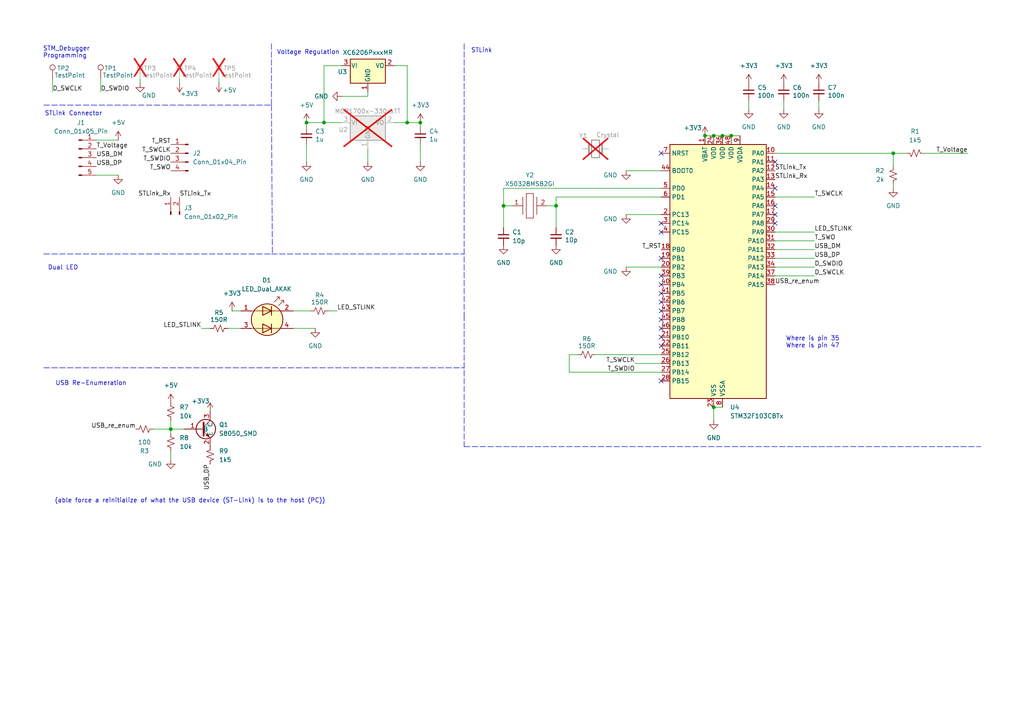
<source format=kicad_sch>
(kicad_sch (version 20231120) (generator "eeschema") (generator_version "8.0")
  (paper "A4")
  (lib_symbols
    (symbol "Connector:Conn_01x02_Pin" (pin_names (offset 1.016) hide)
      (property "Reference" "J" (at 0 2.54 0))
      (property "Value" "Conn_01x02_Pin" (at 0 -5.08 0))
      (symbol "Conn_01x02_Pin_1_1"
        (polyline (pts (xy 1.27 -2.54) (xy 0.8636 -2.54)) (stroke (width 0.1524)))
        (polyline (pts (xy 1.27 0) (xy 0.8636 0)) (stroke (width 0.1524)))
        (rectangle (start 0.8636 -2.413) (end 0 -2.667) (stroke (width 0.1524)) (fill (type outline)))
        (rectangle (start 0.8636 0.127) (end 0 -0.127) (stroke (width 0.1524)) (fill (type outline)))
        (pin passive line (at 5.08 0 180) (length 3.81) (name "Pin_1") (number "1"))
        (pin passive line (at 5.08 -2.54 180) (length 3.81) (name "Pin_2") (number "2"))
      )
    )
    (symbol "Connector:Conn_01x04_Pin" (pin_names (offset 1.016) hide)
      (property "Reference" "J" (at 0 5.08 0))
      (property "Value" "Conn_01x04_Pin" (at 0 -7.62 0))
      (symbol "Conn_01x04_Pin_1_1"
        (polyline (pts (xy 1.27 -5.08) (xy 0.8636 -5.08)) (stroke (width 0.1524)))
        (polyline (pts (xy 1.27 -2.54) (xy 0.8636 -2.54)) (stroke (width 0.1524)))
        (polyline (pts (xy 1.27 0) (xy 0.8636 0)) (stroke (width 0.1524)))
        (polyline (pts (xy 1.27 2.54) (xy 0.8636 2.54)) (stroke (width 0.1524)))
        (rectangle (start 0.8636 -4.953) (end 0 -5.207) (stroke (width 0.1524)) (fill (type outline)))
        (rectangle (start 0.8636 -2.413) (end 0 -2.667) (stroke (width 0.1524)) (fill (type outline)))
        (rectangle (start 0.8636 0.127) (end 0 -0.127) (stroke (width 0.1524)) (fill (type outline)))
        (rectangle (start 0.8636 2.667) (end 0 2.413) (stroke (width 0.1524)) (fill (type outline)))
        (pin passive line (at 5.08 2.54 180) (length 3.81) (name "Pin_1") (number "1"))
        (pin passive line (at 5.08 0 180) (length 3.81) (name "Pin_2") (number "2"))
        (pin passive line (at 5.08 -2.54 180) (length 3.81) (name "Pin_3") (number "3"))
        (pin passive line (at 5.08 -5.08 180) (length 3.81) (name "Pin_4") (number "4"))
      )
    )
    (symbol "Connector:Conn_01x05_Pin" (pin_names (offset 1.016) hide)
      (property "Reference" "J" (at 0 7.62 0))
      (property "Value" "Conn_01x05_Pin" (at 0 -7.62 0))
      (symbol "Conn_01x05_Pin_1_1"
        (polyline (pts (xy 1.27 -5.08) (xy 0.8636 -5.08)) (stroke (width 0.1524)))
        (polyline (pts (xy 1.27 -2.54) (xy 0.8636 -2.54)) (stroke (width 0.1524)))
        (polyline (pts (xy 1.27 0) (xy 0.8636 0)) (stroke (width 0.1524)))
        (polyline (pts (xy 1.27 2.54) (xy 0.8636 2.54)) (stroke (width 0.1524)))
        (polyline (pts (xy 1.27 5.08) (xy 0.8636 5.08)) (stroke (width 0.1524)))
        (rectangle (start 0.8636 -4.953) (end 0 -5.207) (stroke (width 0.1524)) (fill (type outline)))
        (rectangle (start 0.8636 -2.413) (end 0 -2.667) (stroke (width 0.1524)) (fill (type outline)))
        (rectangle (start 0.8636 0.127) (end 0 -0.127) (stroke (width 0.1524)) (fill (type outline)))
        (rectangle (start 0.8636 2.667) (end 0 2.413) (stroke (width 0.1524)) (fill (type outline)))
        (rectangle (start 0.8636 5.207) (end 0 4.953) (stroke (width 0.1524)) (fill (type outline)))
        (pin passive line (at 5.08 5.08 180) (length 3.81) (name "Pin_1") (number "1"))
        (pin passive line (at 5.08 2.54 180) (length 3.81) (name "Pin_2") (number "2"))
        (pin passive line (at 5.08 0 180) (length 3.81) (name "Pin_3") (number "3"))
        (pin passive line (at 5.08 -2.54 180) (length 3.81) (name "Pin_4") (number "4"))
        (pin passive line (at 5.08 -5.08 180) (length 3.81) (name "Pin_5") (number "5"))
      )
    )
    (symbol "Connector:TestPoint" (pin_numbers hide) (pin_names (offset 0.762) hide)
      (property "Reference" "TP" (at 0 6.858 0))
      (property "Value" "TestPoint" (at 0 5.08 0))
      (symbol "TestPoint_0_1"
        (circle (center 0 3.302) (radius 0.762))
      )
      (symbol "TestPoint_1_1"
        (pin passive line (at 0 0 90) (length 2.54) (name "1") (number "1"))
      )
    )
    (symbol "Device:C_Small" (pin_numbers hide) (pin_names (offset 0.254) hide)
      (property "Reference" "C" (at 0.254 1.778 0))
      (property "Value" "C_Small" (at 0.254 -2.032 0))
      (symbol "C_Small_0_1"
        (polyline (pts (xy -1.524 -0.508) (xy 1.524 -0.508)) (stroke (width 0.3302)))
        (polyline (pts (xy -1.524 0.508) (xy 1.524 0.508)) (stroke (width 0.3048)))
      )
      (symbol "C_Small_1_1"
        (pin passive line (at 0 2.54 270) (length 2.032) (name "~") (number "1"))
        (pin passive line (at 0 -2.54 90) (length 2.032) (name "~") (number "2"))
      )
    )
    (symbol "Device:Crystal" (pin_numbers hide) (pin_names (offset 1.016) hide)
      (property "Reference" "Y" (at 0 3.81 0))
      (property "Value" "Crystal" (at 0 -3.81 0))
      (symbol "Crystal_0_1"
        (rectangle (start -1.143 2.54) (end 1.143 -2.54) (stroke (width 0.3048)))
        (polyline (pts (xy -2.54 0) (xy -1.905 0)))
        (polyline (pts (xy -1.905 -1.27) (xy -1.905 1.27)) (stroke (width 0.508)))
        (polyline (pts (xy 1.905 -1.27) (xy 1.905 1.27)) (stroke (width 0.508)))
        (polyline (pts (xy 2.54 0) (xy 1.905 0)))
      )
      (symbol "Crystal_1_1"
        (pin passive line (at -3.81 0 0) (length 1.27) (name "1") (number "1"))
        (pin passive line (at 3.81 0 180) (length 1.27) (name "2") (number "2"))
      )
    )
    (symbol "Device:LED_Dual_AKAK" (pin_names (offset 0) hide)
      (property "Reference" "D" (at 0 5.715 0))
      (property "Value" "LED_Dual_AKAK" (at 0 -6.35 0))
      (symbol "LED_Dual_AKAK_0_1"
        (polyline (pts (xy -5.08 -2.54) (xy 2.032 -2.54)))
        (polyline (pts (xy -5.08 2.54) (xy 2.032 2.54)))
        (polyline (pts (xy 1.27 -1.27) (xy 1.27 -3.81)) (stroke (width 0.254)))
        (polyline (pts (xy 1.27 3.81) (xy 1.27 1.27)) (stroke (width 0.254)))
        (polyline (pts (xy 3.81 -2.54) (xy 1.905 -2.54)))
        (polyline (pts (xy 3.81 2.54) (xy 1.905 2.54)))
        (polyline (pts (xy -1.27 -1.27) (xy -1.27 -3.81) (xy 1.27 -2.54) (xy -1.27 -1.27)) (stroke (width 0.254)))
        (polyline (pts (xy -1.27 3.81) (xy -1.27 1.27) (xy 1.27 2.54) (xy -1.27 3.81)) (stroke (width 0.254)))
        (polyline (pts (xy 2.032 5.08) (xy 3.556 6.604) (xy 2.794 6.604) (xy 3.556 6.604) (xy 3.556 5.842)))
        (polyline (pts (xy 3.302 4.064) (xy 4.826 5.588) (xy 4.064 5.588) (xy 4.826 5.588) (xy 4.826 4.826)))
        (circle (center 0 0) (radius 4.572) (stroke (width 0.254)) (fill (type background)))
      )
      (symbol "LED_Dual_AKAK_1_1"
        (pin input line (at -7.62 2.54 0) (length 3.048) (name "A1") (number "1"))
        (pin input line (at 7.62 2.54 180) (length 3.81) (name "K1") (number "2"))
        (pin input line (at -7.62 -2.54 0) (length 3.048) (name "A2") (number "3"))
        (pin input line (at 7.62 -2.54 180) (length 3.81) (name "K2") (number "4"))
      )
    )
    (symbol "Device:R_Small_US" (pin_numbers hide) (pin_names (offset 0.254) hide)
      (property "Reference" "R" (at 0.762 0.508 0))
      (property "Value" "R_Small_US" (at 0.762 -1.016 0))
      (symbol "R_Small_US_1_1"
        (polyline (pts (xy 0 0) (xy 1.016 -0.381) (xy 0 -0.762) (xy -1.016 -1.143) (xy 0 -1.524)))
        (polyline (pts (xy 0 1.524) (xy 1.016 1.143) (xy 0 0.762) (xy -1.016 0.381) (xy 0 0)))
        (pin passive line (at 0 2.54 270) (length 1.016) (name "~") (number "1"))
        (pin passive line (at 0 -2.54 90) (length 1.016) (name "~") (number "2"))
      )
    )
    (symbol "MCU_ST_STM32F1:STM32F103CBTx"
      (property "Reference" "U" (at -12.7 39.37 0))
      (property "Value" "STM32F103CBTx" (at 10.16 39.37 0))
      (symbol "STM32F103CBTx_0_1"
        (rectangle (start -12.7 -35.56) (end 15.24 38.1) (stroke (width 0.254)) (fill (type background)))
      )
      (symbol "STM32F103CBTx_1_1"
        (pin power_in line (at -2.54 40.64 270) (length 2.54) (name "VBAT") (number "1"))
        (pin bidirectional line (at 17.78 35.56 180) (length 2.54) (name "PA0") (number "10"))
        (pin bidirectional line (at 17.78 33.02 180) (length 2.54) (name "PA1") (number "11"))
        (pin bidirectional line (at 17.78 30.48 180) (length 2.54) (name "PA2") (number "12"))
        (pin bidirectional line (at 17.78 27.94 180) (length 2.54) (name "PA3") (number "13"))
        (pin bidirectional line (at 17.78 25.4 180) (length 2.54) (name "PA4") (number "14"))
        (pin bidirectional line (at 17.78 22.86 180) (length 2.54) (name "PA5") (number "15"))
        (pin bidirectional line (at 17.78 20.32 180) (length 2.54) (name "PA6") (number "16"))
        (pin bidirectional line (at 17.78 17.78 180) (length 2.54) (name "PA7") (number "17"))
        (pin bidirectional line (at -15.24 7.62 0) (length 2.54) (name "PB0") (number "18"))
        (pin bidirectional line (at -15.24 5.08 0) (length 2.54) (name "PB1") (number "19"))
        (pin bidirectional line (at -15.24 17.78 0) (length 2.54) (name "PC13") (number "2"))
        (pin bidirectional line (at -15.24 2.54 0) (length 2.54) (name "PB2") (number "20"))
        (pin bidirectional line (at -15.24 -17.78 0) (length 2.54) (name "PB10") (number "21"))
        (pin bidirectional line (at -15.24 -20.32 0) (length 2.54) (name "PB11") (number "22"))
        (pin power_in line (at 0 -38.1 90) (length 2.54) (name "VSS") (number "23"))
        (pin power_in line (at 0 40.64 270) (length 2.54) (name "VDD") (number "24"))
        (pin bidirectional line (at -15.24 -22.86 0) (length 2.54) (name "PB12") (number "25"))
        (pin bidirectional line (at -15.24 -25.4 0) (length 2.54) (name "PB13") (number "26"))
        (pin bidirectional line (at -15.24 -27.94 0) (length 2.54) (name "PB14") (number "27"))
        (pin bidirectional line (at -15.24 -30.48 0) (length 2.54) (name "PB15") (number "28"))
        (pin bidirectional line (at 17.78 15.24 180) (length 2.54) (name "PA8") (number "29"))
        (pin bidirectional line (at -15.24 15.24 0) (length 2.54) (name "PC14") (number "3"))
        (pin bidirectional line (at 17.78 12.7 180) (length 2.54) (name "PA9") (number "30"))
        (pin bidirectional line (at 17.78 10.16 180) (length 2.54) (name "PA10") (number "31"))
        (pin bidirectional line (at 17.78 7.62 180) (length 2.54) (name "PA11") (number "32"))
        (pin bidirectional line (at 17.78 5.08 180) (length 2.54) (name "PA12") (number "33"))
        (pin bidirectional line (at 17.78 2.54 180) (length 2.54) (name "PA13") (number "34"))
        (pin passive line (at 0 -38.1 90) (length 2.54) hide (name "VSS") (number "35"))
        (pin power_in line (at 2.54 40.64 270) (length 2.54) (name "VDD") (number "36"))
        (pin bidirectional line (at 17.78 0 180) (length 2.54) (name "PA14") (number "37"))
        (pin bidirectional line (at 17.78 -2.54 180) (length 2.54) (name "PA15") (number "38"))
        (pin bidirectional line (at -15.24 0 0) (length 2.54) (name "PB3") (number "39"))
        (pin bidirectional line (at -15.24 12.7 0) (length 2.54) (name "PC15") (number "4"))
        (pin bidirectional line (at -15.24 -2.54 0) (length 2.54) (name "PB4") (number "40"))
        (pin bidirectional line (at -15.24 -5.08 0) (length 2.54) (name "PB5") (number "41"))
        (pin bidirectional line (at -15.24 -7.62 0) (length 2.54) (name "PB6") (number "42"))
        (pin bidirectional line (at -15.24 -10.16 0) (length 2.54) (name "PB7") (number "43"))
        (pin input line (at -15.24 30.48 0) (length 2.54) (name "BOOT0") (number "44"))
        (pin bidirectional line (at -15.24 -12.7 0) (length 2.54) (name "PB8") (number "45"))
        (pin bidirectional line (at -15.24 -15.24 0) (length 2.54) (name "PB9") (number "46"))
        (pin passive line (at 0 -38.1 90) (length 2.54) hide (name "VSS") (number "47"))
        (pin power_in line (at 5.08 40.64 270) (length 2.54) (name "VDD") (number "48"))
        (pin bidirectional line (at -15.24 25.4 0) (length 2.54) (name "PD0") (number "5"))
        (pin bidirectional line (at -15.24 22.86 0) (length 2.54) (name "PD1") (number "6"))
        (pin input line (at -15.24 35.56 0) (length 2.54) (name "NRST") (number "7"))
        (pin power_in line (at 2.54 -38.1 90) (length 2.54) (name "VSSA") (number "8"))
        (pin power_in line (at 7.62 40.64 270) (length 2.54) (name "VDDA") (number "9"))
      )
    )
    (symbol "Regulator_Linear:MCP1700x-330xxTT" (pin_names (offset 0.254))
      (property "Reference" "U" (at -3.81 3.175 0))
      (property "Value" "MCP1700x-330xxTT" (at 0 3.175 0))
      (symbol "MCP1700x-330xxTT_0_1"
        (rectangle (start -5.08 1.905) (end 5.08 -5.08) (stroke (width 0.254)) (fill (type background)))
      )
      (symbol "MCP1700x-330xxTT_1_1"
        (pin power_in line (at 0 -7.62 90) (length 2.54) (name "GND") (number "1"))
        (pin power_out line (at 7.62 0 180) (length 2.54) (name "VO") (number "2"))
        (pin power_in line (at -7.62 0 0) (length 2.54) (name "VI") (number "3"))
      )
    )
    (symbol "Regulator_Linear:XC6206PxxxMR" (pin_names (offset 0.254))
      (property "Reference" "U" (at -3.81 3.175 0))
      (property "Value" "XC6206PxxxMR" (at 0 3.175 0))
      (symbol "XC6206PxxxMR_0_1"
        (rectangle (start -5.08 1.905) (end 5.08 -5.08) (stroke (width 0.254)) (fill (type background)))
      )
      (symbol "XC6206PxxxMR_1_1"
        (pin power_in line (at 0 -7.62 90) (length 2.54) (name "GND") (number "1"))
        (pin power_out line (at 7.62 0 180) (length 2.54) (name "VO") (number "2"))
        (pin power_in line (at -7.62 0 0) (length 2.54) (name "VI") (number "3"))
      )
    )
    (symbol "SamacSys_Parts:X50328MSB2GI" (pin_names (offset 0.762))
      (property "Reference" "Y" (at 8.89 6.35 0))
      (property "Value" "X50328MSB2GI" (at 8.89 3.81 0))
      (symbol "X50328MSB2GI_0_0"
        (pin passive line (at 0 0 0) (length 2.54) (name "~") (number "1"))
        (pin passive line (at 10.16 0 180) (length 2.54) (name "~") (number "2"))
      )
      (symbol "X50328MSB2GI_0_1"
        (polyline (pts (xy 3.048 0) (xy 2.54 0)) (stroke (width 0.1524)))
        (polyline (pts (xy 3.048 2.54) (xy 3.048 -2.54)) (stroke (width 0.1524)))
        (polyline (pts (xy 7.112 0) (xy 7.62 0)) (stroke (width 0.1524)))
        (polyline (pts (xy 7.112 2.54) (xy 7.112 -2.54)) (stroke (width 0.1524)))
        (polyline (pts (xy 4.064 3.556) (xy 4.064 -3.556) (xy 6.096 -3.556) (xy 6.096 3.556) (xy 4.064 3.556)) (stroke (width 0.1524)))
      )
    )
    (symbol "UCT:S8050_SMD"
      (property "Reference" "Q" (at -11.3284 6.2484 0))
      (property "Value" "S8050_SMD" (at -6.4008 4.1656 0))
      (symbol "S8050_SMD_0_1"
        (polyline (pts (xy -1.27 0) (xy -0.635 0)))
        (polyline (pts (xy 1.27 -2.54) (xy -0.635 -0.635)))
        (polyline (pts (xy 1.27 2.54) (xy -0.635 0.635)))
        (polyline (pts (xy -0.635 1.905) (xy -0.635 -1.905) (xy -0.635 -1.905)) (stroke (width 0.508)) (fill (type outline)))
        (polyline (pts (xy 0.5588 -1.3208) (xy 0.0508 -1.8288) (xy 1.0668 -2.3368) (xy 0.5588 -1.3208) (xy 0.5588 -1.3208)) (fill (type outline)))
        (circle (center 0 0) (radius 2.8194) (stroke (width 0.254)))
      )
      (symbol "S8050_SMD_1_1"
        (pin input line (at -6.35 0 0) (length 5.08) (name "B") (number "1"))
        (pin passive line (at 1.27 -5.08 90) (length 2.54) (name "E") (number "2"))
        (pin passive line (at 1.27 5.08 270) (length 2.54) (name "C") (number "3"))
      )
    )
    (symbol "power:+3V3" (power) (pin_numbers hide) (pin_names (offset 0) hide)
      (property "Value" "+3V3" (at 0 3.556 0))
      (symbol "+3V3_0_1"
        (polyline (pts (xy -0.762 1.27) (xy 0 2.54)))
        (polyline (pts (xy 0 0) (xy 0 2.54)))
        (polyline (pts (xy 0 2.54) (xy 0.762 1.27)))
      )
      (symbol "+3V3_1_1"
        (pin power_in line (at 0 0 90) (length 0) (name "~") (number "1"))
      )
    )
    (symbol "power:+5V" (power) (pin_numbers hide) (pin_names (offset 0) hide)
      (property "Value" "+5V" (at 0 3.556 0))
      (symbol "+5V_0_1"
        (polyline (pts (xy -0.762 1.27) (xy 0 2.54)))
        (polyline (pts (xy 0 0) (xy 0 2.54)))
        (polyline (pts (xy 0 2.54) (xy 0.762 1.27)))
      )
      (symbol "+5V_1_1"
        (pin power_in line (at 0 0 90) (length 0) (name "~") (number "1"))
      )
    )
    (symbol "power:GND" (power) (pin_numbers hide) (pin_names (offset 0) hide)
      (property "Value" "GND" (at 0 -3.81 0))
      (symbol "GND_0_1"
        (polyline (pts (xy 0 0) (xy 0 -1.27) (xy 1.27 -1.27) (xy 0 -2.54) (xy -1.27 -1.27) (xy 0 -1.27)))
      )
      (symbol "GND_1_1"
        (pin power_in line (at 0 0 270) (length 0) (name "~") (number "1"))
      )
    )
  )
  (junction (at 259.08 44.45))
  (junction (at 93.98 35.56))
  (junction (at 118.11 35.56))
  (junction (at 161.29 59.69))
  (junction (at 88.9 35.56))
  (junction (at 209.55 39.37))
  (junction (at 121.92 35.56))
  (junction (at 204.47 39.37))
  (junction (at 212.09 39.37))
  (junction (at 207.01 118.11))
  (junction (at 49.53 124.46))
  (junction (at 207.01 39.37))
  (junction (at 146.05 59.69))
  (no_connect (at 224.79 59.69))
  (no_connect (at 191.77 85.09))
  (no_connect (at 191.77 74.93))
  (no_connect (at 191.77 87.63))
  (no_connect (at 191.77 64.77))
  (no_connect (at 224.79 64.77))
  (no_connect (at 191.77 90.17))
  (no_connect (at 191.77 80.01))
  (no_connect (at 224.79 54.61))
  (no_connect (at 191.77 67.31))
  (no_connect (at 191.77 110.49))
  (no_connect (at 191.77 82.55))
  (no_connect (at 191.77 95.25))
  (no_connect (at 191.77 97.79))
  (no_connect (at 224.79 62.23))
  (no_connect (at 191.77 92.71))
  (no_connect (at 191.77 100.33))
  (no_connect (at 191.77 44.45))
  (no_connect (at 224.79 46.99))
  (wire (pts (xy 204.47 39.37) (xy 207.01 39.37)))
  (wire (pts (xy 121.92 41.91) (xy 121.92 46.99)))
  (wire (pts (xy 15.24 22.86) (xy 15.24 26.67)))
  (wire (pts (xy 224.79 72.39) (xy 236.22 72.39)))
  (wire (pts (xy 93.98 35.56) (xy 88.9 35.56)))
  (wire (pts (xy 217.17 29.21) (xy 217.17 31.75)))
  (wire (pts (xy 191.77 54.61) (xy 146.05 54.61)))
  (wire (pts (xy 49.53 124.46) (xy 49.53 125.73)))
  (polyline (pts (xy 134.62 129.54) (xy 284.48 129.54)) (stroke (width 0) (type dash)))
  (wire (pts (xy 106.68 27.94) (xy 106.68 26.67)))
  (wire (pts (xy 184.15 105.41) (xy 191.77 105.41)))
  (polyline (pts (xy 78.74 12.7) (xy 78.74 30.48)) (stroke (width 0) (type dash)))
  (wire (pts (xy 161.29 59.69) (xy 161.29 66.04)))
  (wire (pts (xy 85.09 90.17) (xy 90.17 90.17)))
  (polyline (pts (xy 134.62 12.7) (xy 134.62 58.42)) (stroke (width 0) (type dash)))
  (wire (pts (xy 207.01 39.37) (xy 209.55 39.37)))
  (wire (pts (xy 58.42 95.25) (xy 60.96 95.25)))
  (wire (pts (xy 29.21 22.86) (xy 29.21 26.67)))
  (wire (pts (xy 224.79 80.01) (xy 236.22 80.01)))
  (wire (pts (xy 66.04 95.25) (xy 69.85 95.25)))
  (wire (pts (xy 158.75 59.69) (xy 161.29 59.69)))
  (wire (pts (xy 224.79 74.93) (xy 236.22 74.93)))
  (polyline (pts (xy 12.7 106.68) (xy 134.62 106.68)) (stroke (width 0) (type dash)))
  (wire (pts (xy 181.61 62.23) (xy 191.77 62.23)))
  (polyline (pts (xy 134.62 58.42) (xy 134.62 91.44)) (stroke (width 0) (type dash)))
  (wire (pts (xy 67.31 90.17) (xy 69.85 90.17)))
  (wire (pts (xy 49.53 130.81) (xy 49.53 133.35)))
  (wire (pts (xy 93.98 19.05) (xy 93.98 35.56)))
  (polyline (pts (xy 134.62 91.44) (xy 134.62 129.54)) (stroke (width 0) (type dash)))
  (wire (pts (xy 209.55 39.37) (xy 212.09 39.37)))
  (wire (pts (xy 114.3 19.05) (xy 118.11 19.05)))
  (wire (pts (xy 148.59 59.69) (xy 146.05 59.69)))
  (wire (pts (xy 181.61 49.53) (xy 191.77 49.53)))
  (polyline (pts (xy 78.74 73.66) (xy 134.62 73.66)) (stroke (width 0) (type dash)))
  (wire (pts (xy 207.01 118.11) (xy 207.01 121.92)))
  (wire (pts (xy 224.79 67.31) (xy 236.22 67.31)))
  (wire (pts (xy 95.25 90.17) (xy 97.79 90.17)))
  (wire (pts (xy 161.29 57.15) (xy 191.77 57.15)))
  (polyline (pts (xy 12.7 73.66) (xy 78.74 73.66)) (stroke (width 0) (type dash)))
  (wire (pts (xy 209.55 118.11) (xy 207.01 118.11)))
  (wire (pts (xy 121.92 35.56) (xy 121.92 36.83)))
  (wire (pts (xy 165.1 102.87) (xy 165.1 107.95)))
  (wire (pts (xy 118.11 35.56) (xy 121.92 35.56)))
  (wire (pts (xy 146.05 54.61) (xy 146.05 59.69)))
  (wire (pts (xy 27.94 40.64) (xy 34.29 40.64)))
  (polyline (pts (xy 78.74 30.48) (xy 78.994 73.66)) (stroke (width 0) (type dash)))
  (wire (pts (xy 167.64 102.87) (xy 165.1 102.87)))
  (wire (pts (xy 161.29 57.15) (xy 161.29 59.69)))
  (wire (pts (xy 181.61 77.47) (xy 191.77 77.47)))
  (wire (pts (xy 99.06 19.05) (xy 93.98 19.05)))
  (wire (pts (xy 280.67 44.45) (xy 267.97 44.45)))
  (wire (pts (xy 114.3 35.56) (xy 118.11 35.56)))
  (wire (pts (xy 88.9 41.91) (xy 88.9 46.99)))
  (wire (pts (xy 212.09 39.37) (xy 214.63 39.37)))
  (wire (pts (xy 118.11 19.05) (xy 118.11 35.56)))
  (wire (pts (xy 237.49 29.21) (xy 237.49 31.75)))
  (wire (pts (xy 224.79 44.45) (xy 259.08 44.45)))
  (wire (pts (xy 49.53 121.92) (xy 49.53 124.46)))
  (wire (pts (xy 224.79 69.85) (xy 236.22 69.85)))
  (wire (pts (xy 259.08 53.34) (xy 259.08 54.61)))
  (wire (pts (xy 40.64 22.86) (xy 40.64 24.13)))
  (wire (pts (xy 44.45 124.46) (xy 49.53 124.46)))
  (wire (pts (xy 191.77 102.87) (xy 172.72 102.87)))
  (polyline (pts (xy 12.7 30.48) (xy 78.74 30.48)) (stroke (width 0) (type dash)))
  (wire (pts (xy 52.07 22.86) (xy 52.07 24.13)))
  (wire (pts (xy 88.9 35.56) (xy 88.9 36.83)))
  (wire (pts (xy 63.5 22.86) (xy 63.5 24.13)))
  (wire (pts (xy 99.06 35.56) (xy 93.98 35.56)))
  (wire (pts (xy 99.06 27.94) (xy 106.68 27.94)))
  (wire (pts (xy 227.33 29.21) (xy 227.33 31.75)))
  (wire (pts (xy 259.08 44.45) (xy 259.08 48.26)))
  (wire (pts (xy 106.68 43.18) (xy 106.68 46.99)))
  (wire (pts (xy 165.1 107.95) (xy 191.77 107.95)))
  (wire (pts (xy 236.22 57.15) (xy 224.79 57.15)))
  (wire (pts (xy 27.94 50.8) (xy 34.29 50.8)))
  (wire (pts (xy 146.05 59.69) (xy 146.05 66.04)))
  (wire (pts (xy 85.09 95.25) (xy 91.44 95.25)))
  (wire (pts (xy 262.89 44.45) (xy 259.08 44.45)))
  (wire (pts (xy 53.34 124.46) (xy 49.53 124.46)))
  (wire (pts (xy 224.79 77.47) (xy 236.22 77.47)))
  (text "Where is pin 35\nWhere is pin 47" (at 235.712 99.314 0) (effects (font (size 1.27 1.27))))
  (text "(able force a reinitialize of what the USB device (ST-Link) is to the host (PC))" (at 55.118 145.288 0) (effects (font (size 1.27 1.27))))
  (text "STLink" (at 139.7 14.732 0) (effects (font (size 1.27 1.27))))
  (text "Dual LED" (at 18.288 77.724 0) (effects (font (size 1.27 1.27))))
  (text "USB Re-Enumeration" (at 26.416 111.252 0) (effects (font (size 1.27 1.27))))
  (text "STLink Connector" (at 12.954 33.02 0) (effects (font (size 1.27 1.27)) (justify left)))
  (text "Voltage Regulation" (at 89.408 15.24 0) (effects (font (size 1.27 1.27))))
  (text "STM_Debugger\nProgramming" (at 12.446 15.24 0) (effects (font (size 1.27 1.27)) (justify left)))
  (label "USB_re_enum" (at 224.79 82.55 0))
  (label "T_SWCLK" (at 49.53 44.45 180))
  (label "T_SWCLK" (at 236.22 57.15 0))
  (label "USB_re_enum" (at 39.37 124.46 180))
  (label "STLink_Tx" (at 52.07 57.15 0))
  (label "T_SWDIO" (at 49.53 46.99 180))
  (label "T_SWO" (at 236.22 69.85 0))
  (label "USB_DM" (at 236.22 72.39 0))
  (label "T_Voltage" (at 280.67 44.45 180))
  (label "T_SWO" (at 49.53 49.53 180))
  (label "LED_STLINK" (at 58.42 95.25 180))
  (label "USB_DP" (at 60.96 134.62 270))
  (label "USB_DP" (at 236.22 74.93 0))
  (label "STLink_Tx" (at 224.79 49.53 0))
  (label "D_SWDIO" (at 29.21 26.67 0))
  (label "D_SWCLK" (at 15.24 26.67 0))
  (label "D_SWCLK" (at 236.22 80.01 0))
  (label "USB_DP" (at 27.94 48.26 0))
  (label "LED_STLINK" (at 97.79 90.17 0))
  (label "STLink_Rx" (at 49.53 57.15 180))
  (label "LED_STLINK" (at 236.22 67.31 0))
  (label "T_Voltage" (at 27.94 43.18 0))
  (label "USB_DM" (at 27.94 45.72 0))
  (label "D_SWDIO" (at 236.22 77.47 0))
  (label "T_RST" (at 49.53 41.91 180))
  (label "T_SWCLK" (at 184.15 105.41 180))
  (label "T_SWDIO" (at 184.15 107.95 180))
  (label "T_RST" (at 191.77 72.39 180))
  (label "STLink_Rx" (at 224.79 52.07 0))
  (symbol (lib_id "Device:C_Small") (at 146.05 68.58 0) (unit 1)
    (property "Reference" "C1" (at 148.59 67.3162 0) (effects (justify left)))
    (property "Value" "10p" (at 148.59 69.8562 0) (effects (justify left)))
    (property "Footprint" "Capacitor_SMD:C_0402_1005Metric_Pad0.74x0.62mm_HandSolder" (effects (hide yes)))
    (property "Description" "Unpolarized capacitor, small symbol" (effects (hide yes)))
    (property "LCSC" "C32949" (effects (hide yes)))
    (property "Alt_LCSC" "C32949_0402" (effects (hide yes)))
    (property "Alt_Alt" "C1634_0603" (effects (hide yes)))
  )
  (symbol (lib_id "power:+3V3") (at 227.33 24.13 0) (unit 1)
    (property "Reference" "#PWR020" (effects (hide yes)))
    (property "Value" "+3V3" (at 227.33 19.05 0))
    (property "Description" "Power symbol creates a global label with name \"+3V3\"" (effects (hide yes)))
  )
  (symbol (lib_id "Device:C_Small") (at 227.33 26.67 0) (unit 1)
    (property "Reference" "C6" (at 229.87 25.4062 0) (effects (justify left)))
    (property "Value" "100n" (at 229.87 27.686 0) (effects (justify left)))
    (property "Footprint" "Capacitor_SMD:C_0402_1005Metric_Pad0.74x0.62mm_HandSolder" (effects (hide yes)))
    (property "Description" "Unpolarized capacitor, small symbol" (effects (hide yes)))
    (property "LCSC" "C1525" (effects (hide yes)))
    (property "Alt_LCSC" "C1525_0402" (effects (hide yes)))
    (property "Alt_Alt" "C14663_0603" (effects (hide yes)))
  )
  (symbol (lib_id "power:GND") (at 91.44 95.25 0) (unit 1)
    (property "Reference" "#PWR014" (effects (hide yes)))
    (property "Value" "GND" (at 91.44 100.33 0))
    (property "Description" "Power symbol creates a global label with name \"GND\" , ground" (effects (hide yes)))
  )
  (symbol (lib_id "UCT:S8050_SMD") (at 59.69 124.46 0) (unit 1)
    (property "Reference" "Q1" (at 63.5 123.1899 0) (effects (justify left)))
    (property "Value" "S8050_SMD" (at 63.5 125.7299 0) (effects (justify left)))
    (property "Footprint" "Package_TO_SOT_SMD:SOT-23" (effects (hide yes)))
    (property "Datasheet" "https://datasheet.lcsc.com/lcsc/2303221100_Jiangsu-Changjing-Electronics-Technology-Co---Ltd--SS8050_C2150.pdf" (effects (hide yes)))
    (property "LCSC" "C2146" (effects (hide yes)))
  )
  (symbol (lib_id "Device:R_Small_US") (at 63.5 95.25 90) (unit 1)
    (property "Reference" "R5" (at 63.5 90.678 90))
    (property "Value" "150R" (at 63.5 92.71 90))
    (property "Footprint" "Resistor_SMD:R_0603_1608Metric" (effects (hide yes)))
    (property "Description" "Resistor, small US symbol" (effects (hide yes)))
    (property "LCSC" "C22808" (effects (hide yes)))
  )
  (symbol (lib_id "SamacSys_Parts:X50328MSB2GI") (at 148.59 59.69 0) (unit 1)
    (property "Reference" "Y2" (at 153.67 50.8 0))
    (property "Value" "X50328MSB2GI" (at 153.67 53.34 0))
    (property "Footprint" "RESC5032X135N" (effects (hide yes)))
    (property "Datasheet" "https://datasheet.lcsc.com/szlcsc/1903061615_Yangxing-Tech-X50328MSB2GI_C115962.pdf" (effects (hide yes)))
    (property "Description" "SMD Crystal Resonators 8MHz +/-10ppm SMD-5032_2P RoHS" (effects (hide yes)))
    (property "Description_1" "SMD Crystal Resonators 8MHz +/-10ppm SMD-5032_2P RoHS" (effects (hide yes)))
    (property "Height" "1.35" (effects (hide yes)))
    (property "Manufacturer_Name" "Yangxing Tech" (effects (hide yes)))
    (property "Manufacturer_Part_Number" "X50328MSB2GI" (effects (hide yes)))
    (property "LCSC" "C115962" (effects (hide yes)))
  )
  (symbol (lib_id "power:+5V") (at 34.29 40.64 0) (unit 1)
    (property "Reference" "#PWR01" (effects (hide yes)))
    (property "Value" "+5V" (at 34.29 35.56 0))
    (property "Description" "Power symbol creates a global label with name \"+5V\"" (effects (hide yes)))
  )
  (symbol (lib_id "Connector:TestPoint") (at 52.07 22.86 0) (unit 1) (in_bom no) (on_board no) (dnp yes)
    (property "Reference" "TP4" (at 53.34 19.812 0) (effects (justify left)))
    (property "Value" "TestPoint" (at 52.578 21.844 0) (effects (justify left)))
    (property "Footprint" "TestPoint:TestPoint_Pad_D2.0mm" (effects (hide yes)))
    (property "Description" "test point" (effects (hide yes)))
  )
  (symbol (lib_id "power:+3V3") (at 52.07 24.13 180) (unit 1)
    (property "Reference" "#PWR024" (effects (hide yes)))
    (property "Value" "+3V3" (at 54.864 27.178 0))
    (property "Description" "Power symbol creates a global label with name \"+3V3\"" (effects (hide yes)))
  )
  (symbol (lib_id "power:GND") (at 146.05 71.12 0) (unit 1)
    (property "Reference" "#PWR03" (effects (hide yes)))
    (property "Value" "GND" (at 146.05 76.2 0))
    (property "Description" "Power symbol creates a global label with name \"GND\" , ground" (effects (hide yes)))
  )
  (symbol (lib_id "Device:R_Small_US") (at 49.53 119.38 180) (unit 1)
    (property "Reference" "R7" (at 52.07 118.1099 0) (effects (justify right)))
    (property "Value" "10k" (at 52.07 120.6499 0) (effects (justify right)))
    (property "Footprint" "Resistor_SMD:R_0805_2012Metric" (effects (hide yes)))
    (property "populate" "1" (effects (hide yes)))
    (property "LCSC" "C17414" (effects (hide yes)))
  )
  (symbol (lib_id "power:GND") (at 161.29 71.12 0) (unit 1)
    (property "Reference" "#PWR04" (effects (hide yes)))
    (property "Value" "GND" (at 161.29 76.2 0))
    (property "Description" "Power symbol creates a global label with name \"GND\" , ground" (effects (hide yes)))
  )
  (symbol (lib_id "power:GND") (at 217.17 31.75 0) (unit 1)
    (property "Reference" "#PWR018" (effects (hide yes)))
    (property "Value" "GND" (at 217.17 36.83 0))
    (property "Description" "Power symbol creates a global label with name \"GND\" , ground" (effects (hide yes)))
  )
  (symbol (lib_id "power:+3V3") (at 67.31 90.17 0) (unit 1)
    (property "Reference" "#PWR013" (effects (hide yes)))
    (property "Value" "+3V3" (at 67.31 85.09 0))
    (property "Description" "Power symbol creates a global label with name \"+3V3\"" (effects (hide yes)))
  )
  (symbol (lib_id "power:+3V3") (at 204.47 39.37 0) (unit 1)
    (property "Reference" "#PWR022" (effects (hide yes)))
    (property "Value" "+3V3" (at 200.914 37.084 0))
    (property "Description" "Power symbol creates a global label with name \"+3V3\"" (effects (hide yes)))
  )
  (symbol (lib_id "Device:R_Small_US") (at 265.43 44.45 270) (mirror x) (unit 1)
    (property "Reference" "R1" (at 265.43 38.1 90))
    (property "Value" "1k5" (at 265.43 40.64 90))
    (property "Footprint" "Resistor_SMD:R_0402_1005Metric_Pad0.72x0.64mm_HandSolder" (effects (hide yes)))
    (property "Description" "Resistor, small US symbol" (effects (hide yes)))
    (property "LCSC" "C25867" (effects (hide yes)))
    (property "Alt_LCSC" "C25867_0402_1k5" (effects (hide yes)))
    (property "Alt_Alt" "C4177_0603_1k8" (effects (hide yes)))
  )
  (symbol (lib_id "Device:R_Small_US") (at 49.53 128.27 180) (unit 1)
    (property "Reference" "R8" (at 52.07 126.9999 0) (effects (justify right)))
    (property "Value" "10k" (at 52.07 129.5399 0) (effects (justify right)))
    (property "Footprint" "Resistor_SMD:R_0805_2012Metric" (effects (hide yes)))
    (property "populate" "1" (effects (hide yes)))
    (property "LCSC" "C17414" (effects (hide yes)))
  )
  (symbol (lib_id "Connector:Conn_01x05_Pin") (at 22.86 45.72 0) (unit 1)
    (property "Reference" "J1" (at 23.495 35.56 0))
    (property "Value" "Conn_01x05_Pin" (at 23.495 38.1 0))
    (property "Footprint" "Connector_PinHeader_2.54mm:PinHeader_1x05_P2.54mm_Vertical" (effects (hide yes)))
    (property "Description" "Generic connector, single row, 01x05, script generated" (effects (hide yes)))
  )
  (symbol (lib_id "Device:R_Small_US") (at 259.08 50.8 0) (mirror x) (unit 1)
    (property "Reference" "R2" (at 256.54 49.5299 0) (effects (justify right)))
    (property "Value" "2k" (at 256.54 52.0699 0) (effects (justify right)))
    (property "Footprint" "Resistor_SMD:R_0402_1005Metric_Pad0.72x0.64mm_HandSolder" (effects (hide yes)))
    (property "Description" "Resistor, small US symbol" (effects (hide yes)))
    (property "LCSC" "C4109" (effects (hide yes)))
    (property "Alt_LCSC" "C4109_0402_2k2" (effects (hide yes)))
    (property "Alt_Alt" "C4177_0603_1k8" (effects (hide yes)))
  )
  (symbol (lib_id "power:+3V3") (at 60.96 119.38 0) (unit 1)
    (property "Reference" "#PWR030" (effects (hide yes)))
    (property "Value" "+3V3" (at 58.166 116.332 0))
    (property "Description" "Power symbol creates a global label with name \"+3V3\"" (effects (hide yes)))
  )
  (symbol (lib_id "power:GND") (at 34.29 50.8 0) (unit 1)
    (property "Reference" "#PWR02" (effects (hide yes)))
    (property "Value" "GND" (at 34.29 55.88 0))
    (property "Description" "Power symbol creates a global label with name \"GND\" , ground" (effects (hide yes)))
  )
  (symbol (lib_id "power:GND") (at 181.61 62.23 0) (unit 1)
    (property "Reference" "#PWR015" (effects (hide yes)))
    (property "Value" "GND" (at 177.038 63.5 0))
    (property "Description" "Power symbol creates a global label with name \"GND\" , ground" (effects (hide yes)))
  )
  (symbol (lib_id "Connector:TestPoint") (at 40.64 22.86 0) (unit 1) (in_bom no) (on_board no) (dnp yes)
    (property "Reference" "TP3" (at 41.656 19.812 0) (effects (justify left)))
    (property "Value" "TestPoint" (at 41.148 21.844 0) (effects (justify left)))
    (property "Footprint" "TestPoint:TestPoint_Pad_D2.0mm" (effects (hide yes)))
    (property "Description" "test point" (effects (hide yes)))
  )
  (symbol (lib_id "Connector:TestPoint") (at 63.5 22.86 0) (unit 1) (in_bom no) (on_board no) (dnp yes)
    (property "Reference" "TP5" (at 64.77 19.812 0) (effects (justify left)))
    (property "Value" "TestPoint" (at 64.008 21.844 0) (effects (justify left)))
    (property "Footprint" "TestPoint:TestPoint_Pad_D2.0mm" (effects (hide yes)))
    (property "Description" "test point" (effects (hide yes)))
  )
  (symbol (lib_id "MCU_ST_STM32F1:STM32F103CBTx") (at 207.01 80.01 0) (unit 1)
    (property "Reference" "U4" (at 211.7441 118.11 0) (effects (justify left)))
    (property "Value" "STM32F103CBTx" (at 211.7441 120.65 0) (effects (justify left)))
    (property "Footprint" "Package_QFP:LQFP-48_7x7mm_P0.5mm" (effects (hide yes)))
    (property "Datasheet" "https://www.st.com/resource/en/datasheet/stm32f103cb.pdf" (effects (hide yes)))
    (property "Description" "STMicroelectronics Arm Cortex-M3 MCU, 128KB flash, 20KB RAM, 72 MHz, 2.0-3.6V, 37 GPIO, LQFP48" (effects (hide yes)))
    (property "LCSC" "C8304" (effects (hide yes)))
  )
  (symbol (lib_id "Connector:Conn_01x02_Pin") (at 49.53 62.23 90) (unit 1)
    (property "Reference" "J3" (at 53.34 60.3249 90) (effects (justify right)))
    (property "Value" "Conn_01x02_Pin" (at 53.34 62.8649 90) (effects (justify right)))
    (property "Footprint" "Connector_PinHeader_2.54mm:PinHeader_1x02_P2.54mm_Vertical" (effects (hide yes)))
    (property "Description" "Generic connector, single row, 01x02, script generated" (effects (hide yes)))
  )
  (symbol (lib_id "Device:R_Small_US") (at 170.18 102.87 90) (unit 1)
    (property "Reference" "R6" (at 170.18 98.298 90))
    (property "Value" "150R" (at 170.18 100.33 90))
    (property "Footprint" "Resistor_SMD:R_0603_1608Metric" (effects (hide yes)))
    (property "Description" "Resistor, small US symbol" (effects (hide yes)))
    (property "LCSC" "C22808" (effects (hide yes)))
  )
  (symbol (lib_id "power:GND") (at 181.61 49.53 0) (unit 1)
    (property "Reference" "#PWR06" (effects (hide yes)))
    (property "Value" "GND" (at 177.038 50.8 0))
    (property "Description" "Power symbol creates a global label with name \"GND\" , ground" (effects (hide yes)))
  )
  (symbol (lib_id "power:+5V") (at 88.9 35.56 0) (unit 1)
    (property "Reference" "#PWR010" (effects (hide yes)))
    (property "Value" "+5V" (at 88.9 30.48 0))
    (property "Description" "Power symbol creates a global label with name \"+5V\"" (effects (hide yes)))
  )
  (symbol (lib_id "Device:R_Small_US") (at 41.91 124.46 270) (unit 1)
    (property "Reference" "R3" (at 41.91 130.81 90))
    (property "Value" "100" (at 41.91 128.27 90))
    (property "Footprint" "Resistor_SMD:R_0402_1005Metric" (effects (hide yes)))
    (property "Description" "Resistor, small US symbol" (effects (hide yes)))
    (property "LCSC" "C25076" (effects (hide yes)))
  )
  (symbol (lib_id "Device:R_Small_US") (at 60.96 132.08 0) (mirror y) (unit 1)
    (property "Reference" "R9" (at 63.5 130.8099 0) (effects (justify right)))
    (property "Value" "1k5" (at 63.5 133.3499 0) (effects (justify right)))
    (property "Footprint" "Resistor_SMD:R_0402_1005Metric_Pad0.72x0.64mm_HandSolder" (effects (hide yes)))
    (property "Description" "Resistor, small US symbol" (effects (hide yes)))
    (property "LCSC" "C25867" (effects (hide yes)))
    (property "Alt_LCSC" "C25867_0402_1k5" (effects (hide yes)))
    (property "Alt_Alt" "C4177_0603_1k8" (effects (hide yes)))
  )
  (symbol (lib_id "Device:C_Small") (at 121.92 39.37 0) (unit 1)
    (property "Reference" "C4" (at 124.46 38.1062 0) (effects (justify left)))
    (property "Value" "1u" (at 124.46 40.386 0) (effects (justify left)))
    (property "Footprint" "Capacitor_SMD:C_0402_1005Metric_Pad0.74x0.62mm_HandSolder" (effects (hide yes)))
    (property "Description" "Unpolarized capacitor, small symbol" (effects (hide yes)))
    (property "LCSC" "C52923" (effects (hide yes)))
    (property "Alt_LCSC" "C52923_0402" (effects (hide yes)))
    (property "Alt_Alt" "C15849_0603" (effects (hide yes)))
  )
  (symbol (lib_id "power:+5V") (at 49.53 116.84 0) (unit 1)
    (property "Reference" "#PWR028" (effects (hide yes)))
    (property "Value" "+5V" (at 49.53 111.76 0))
    (property "Description" "Power symbol creates a global label with name \"+5V\"" (effects (hide yes)))
  )
  (symbol (lib_id "power:GND") (at 259.08 54.61 0) (mirror y) (unit 1)
    (property "Reference" "#PWR012" (effects (hide yes)))
    (property "Value" "GND" (at 259.08 59.69 0))
    (property "Description" "Power symbol creates a global label with name \"GND\" , ground" (effects (hide yes)))
  )
  (symbol (lib_id "power:GND") (at 106.68 46.99 0) (unit 1)
    (property "Reference" "#PWR07" (effects (hide yes)))
    (property "Value" "GND" (at 106.68 52.07 0))
    (property "Description" "Power symbol creates a global label with name \"GND\" , ground" (effects (hide yes)))
  )
  (symbol (lib_id "power:GND") (at 88.9 46.99 0) (unit 1)
    (property "Reference" "#PWR08" (effects (hide yes)))
    (property "Value" "GND" (at 88.9 52.07 0))
    (property "Description" "Power symbol creates a global label with name \"GND\" , ground" (effects (hide yes)))
  )
  (symbol (lib_id "Regulator_Linear:MCP1700x-330xxTT") (at 106.68 35.56 0) (unit 1) (in_bom no) (on_board no) (dnp yes)
    (property "Reference" "U2" (at 99.568 37.592 0))
    (property "Value" "MCP1700x-330xxTT" (at 106.68 32.258 0))
    (property "Footprint" "Package_TO_SOT_SMD:SOT-23" (effects (hide yes)))
    (property "Datasheet" "http://ww1.microchip.com/downloads/en/DeviceDoc/20001826D.pdf" (effects (hide yes)))
    (property "Description" "250mA Low Quiscent Current LDO, 3.3V output, SOT-23" (effects (hide yes)))
    (property "LCSC" "C39051" (effects (hide yes)))
  )
  (symbol (lib_id "Device:C_Small") (at 237.49 26.67 0) (unit 1)
    (property "Reference" "C7" (at 240.03 25.4062 0) (effects (justify left)))
    (property "Value" "100n" (at 240.03 27.686 0) (effects (justify left)))
    (property "Footprint" "Capacitor_SMD:C_0402_1005Metric_Pad0.74x0.62mm_HandSolder" (effects (hide yes)))
    (property "Description" "Unpolarized capacitor, small symbol" (effects (hide yes)))
    (property "LCSC" "C1525" (effects (hide yes)))
    (property "Alt_LCSC" "C1525_0402" (effects (hide yes)))
    (property "Alt_Alt" "C14663_0603" (effects (hide yes)))
  )
  (symbol (lib_id "Connector:Conn_01x04_Pin") (at 54.61 44.45 0) (mirror y) (unit 1)
    (property "Reference" "J2" (at 55.88 44.4499 0) (effects (justify right)))
    (property "Value" "Conn_01x04_Pin" (at 55.88 46.9899 0) (effects (justify right)))
    (property "Footprint" "Connector_PinHeader_2.54mm:PinHeader_1x04_P2.54mm_Vertical" (effects (hide yes)))
    (property "Description" "Generic connector, single row, 01x04, script generated" (effects (hide yes)))
  )
  (symbol (lib_id "power:GND") (at 121.92 46.99 0) (unit 1)
    (property "Reference" "#PWR09" (effects (hide yes)))
    (property "Value" "GND" (at 121.92 52.07 0))
    (property "Description" "Power symbol creates a global label with name \"GND\" , ground" (effects (hide yes)))
  )
  (symbol (lib_id "power:+3V3") (at 217.17 24.13 0) (unit 1)
    (property "Reference" "#PWR019" (effects (hide yes)))
    (property "Value" "+3V3" (at 217.17 19.05 0))
    (property "Description" "Power symbol creates a global label with name \"+3V3\"" (effects (hide yes)))
  )
  (symbol (lib_id "power:GND") (at 99.06 27.94 270) (unit 1)
    (property "Reference" "#PWR027" (effects (hide yes)))
    (property "Value" "GND" (at 95.25 27.9399 90) (effects (justify right)))
    (property "Description" "Power symbol creates a global label with name \"GND\" , ground" (effects (hide yes)))
  )
  (symbol (lib_id "power:+3V3") (at 121.92 35.56 0) (unit 1)
    (property "Reference" "#PWR011" (effects (hide yes)))
    (property "Value" "+3V3" (at 121.92 30.48 0))
    (property "Description" "Power symbol creates a global label with name \"+3V3\"" (effects (hide yes)))
  )
  (symbol (lib_id "Connector:TestPoint") (at 29.21 22.86 0) (unit 1)
    (property "Reference" "TP1" (at 30.226 19.812 0) (effects (justify left)))
    (property "Value" "TestPoint" (at 29.718 21.844 0) (effects (justify left)))
    (property "Footprint" "TestPoint:TestPoint_Pad_D2.0mm" (effects (hide yes)))
    (property "Description" "test point" (effects (hide yes)))
  )
  (symbol (lib_id "Device:C_Small") (at 217.17 26.67 0) (unit 1)
    (property "Reference" "C5" (at 219.71 25.4062 0) (effects (justify left)))
    (property "Value" "100n" (at 219.71 27.686 0) (effects (justify left)))
    (property "Footprint" "Capacitor_SMD:C_0402_1005Metric_Pad0.74x0.62mm_HandSolder" (effects (hide yes)))
    (property "Description" "Unpolarized capacitor, small symbol" (effects (hide yes)))
    (property "LCSC" "C1525" (effects (hide yes)))
    (property "Alt_LCSC" "C1525_0402" (effects (hide yes)))
    (property "Alt_Alt" "C14663_0603" (effects (hide yes)))
  )
  (symbol (lib_id "power:GND") (at 237.49 31.75 0) (unit 1)
    (property "Reference" "#PWR016" (effects (hide yes)))
    (property "Value" "GND" (at 237.49 36.83 0))
    (property "Description" "Power symbol creates a global label with name \"GND\" , ground" (effects (hide yes)))
  )
  (symbol (lib_id "Device:C_Small") (at 88.9 39.37 0) (unit 1)
    (property "Reference" "C3" (at 91.44 38.1062 0) (effects (justify left)))
    (property "Value" "1u" (at 91.44 40.386 0) (effects (justify left)))
    (property "Footprint" "Capacitor_SMD:C_0402_1005Metric_Pad0.74x0.62mm_HandSolder" (effects (hide yes)))
    (property "Description" "Unpolarized capacitor, small symbol" (effects (hide yes)))
    (property "LCSC" "C52923" (effects (hide yes)))
    (property "Alt_LCSC" "C52923_0402" (effects (hide yes)))
    (property "Alt_Alt" "C15849_0603" (effects (hide yes)))
  )
  (symbol (lib_id "power:GND") (at 49.53 133.35 0) (unit 1)
    (property "Reference" "#PWR029" (effects (hide yes)))
    (property "Value" "GND" (at 44.958 134.62 0))
    (property "Description" "Power symbol creates a global label with name \"GND\" , ground" (effects (hide yes)))
  )
  (symbol (lib_id "power:GND") (at 227.33 31.75 0) (unit 1)
    (property "Reference" "#PWR017" (effects (hide yes)))
    (property "Value" "GND" (at 227.33 36.83 0))
    (property "Description" "Power symbol creates a global label with name \"GND\" , ground" (effects (hide yes)))
  )
  (symbol (lib_id "Connector:TestPoint") (at 15.24 22.86 0) (unit 1)
    (property "Reference" "TP2" (at 16.51 19.812 0) (effects (justify left)))
    (property "Value" "TestPoint" (at 15.748 21.844 0) (effects (justify left)))
    (property "Footprint" "TestPoint:TestPoint_Pad_D2.0mm" (effects (hide yes)))
    (property "Description" "test point" (effects (hide yes)))
  )
  (symbol (lib_id "Device:LED_Dual_AKAK") (at 77.47 92.71 0) (unit 1)
    (property "Reference" "D1" (at 77.343 81.28 0))
    (property "Value" "LED_Dual_AKAK" (at 77.343 83.82 0))
    (property "Footprint" "UCT:DUAL_LED_COM_CATH_0606" (effects (hide yes)))
    (property "Description" "Dual LED, cathodes on pins 2 and 4" (effects (hide yes)))
    (property "LCSC" "C2827309" (effects (hide yes)))
  )
  (symbol (lib_id "power:GND") (at 181.61 77.47 0) (unit 1)
    (property "Reference" "#PWR023" (effects (hide yes)))
    (property "Value" "GND" (at 177.038 78.74 0))
    (property "Description" "Power symbol creates a global label with name \"GND\" , ground" (effects (hide yes)))
  )
  (symbol (lib_id "Device:C_Small") (at 161.29 68.58 0) (unit 1)
    (property "Reference" "C2" (at 163.83 67.3162 0) (effects (justify left)))
    (property "Value" "10p" (at 163.83 69.596 0) (effects (justify left)))
    (property "Footprint" "Capacitor_SMD:C_0402_1005Metric_Pad0.74x0.62mm_HandSolder" (effects (hide yes)))
    (property "Description" "Unpolarized capacitor, small symbol" (effects (hide yes)))
    (property "LCSC" "C32949" (effects (hide yes)))
    (property "Alt_LCSC" "C32949_0402" (effects (hide yes)))
    (property "Alt_Alt" "C1634_0603" (effects (hide yes)))
  )
  (symbol (lib_id "power:+3V3") (at 237.49 24.13 0) (unit 1)
    (property "Reference" "#PWR021" (effects (hide yes)))
    (property "Value" "+3V3" (at 237.49 19.05 0))
    (property "Description" "Power symbol creates a global label with name \"+3V3\"" (effects (hide yes)))
  )
  (symbol (lib_id "power:+5V") (at 63.5 24.13 180) (unit 1)
    (property "Reference" "#PWR026" (effects (hide yes)))
    (property "Value" "+5V" (at 66.548 26.162 0))
    (property "Description" "Power symbol creates a global label with name \"+5V\"" (effects (hide yes)))
  )
  (symbol (lib_id "power:GND") (at 40.64 24.13 0) (unit 1)
    (property "Reference" "#PWR025" (effects (hide yes)))
    (property "Value" "GND" (at 43.18 27.686 0))
    (property "Description" "Power symbol creates a global label with name \"GND\" , ground" (effects (hide yes)))
  )
  (symbol (lib_id "Regulator_Linear:XC6206PxxxMR") (at 106.68 19.05 0) (unit 1)
    (property "Reference" "U3" (at 99.314 20.828 0))
    (property "Value" "XC6206PxxxMR" (at 106.68 15.24 0))
    (property "Footprint" "Package_TO_SOT_SMD:SOT-23-3" (effects (hide yes)))
    (property "Datasheet" "https://www.torexsemi.com/file/xc6206/XC6206.pdf" (effects (hide yes)))
    (property "Description" "Positive 60-250mA Low Dropout Regulator, Fixed Output, SOT-23" (effects (hide yes)))
    (property "LCSC" "C5446" (effects (hide yes)))
  )
  (symbol (lib_id "Device:Crystal") (at 172.72 43.18 0) (unit 1) (in_bom no) (on_board no) (dnp yes)
    (property "Reference" "Y1" (at 169.164 39.37 0))
    (property "Value" "Crystal" (at 176.276 39.116 0))
    (property "Footprint" "Crystal:Crystal_SMD_HC49-SD" (effects (hide yes)))
    (property "Description" "Two pin crystal" (effects (hide yes)))
    (property "LCSC" "C12674" (effects (hide yes)))
    (property "Alt_LCSC" "C2835983" (effects (hide yes)))
  )
  (symbol (lib_id "Device:R_Small_US") (at 92.71 90.17 90) (unit 1)
    (property "Reference" "R4" (at 92.71 85.598 90))
    (property "Value" "150R" (at 92.71 87.63 90))
    (property "Footprint" "Resistor_SMD:R_0603_1608Metric" (effects (hide yes)))
    (property "Description" "Resistor, small US symbol" (effects (hide yes)))
    (property "LCSC" "C22808" (effects (hide yes)))
  )
  (symbol (lib_id "power:GND") (at 207.01 121.92 0) (unit 1)
    (property "Reference" "#PWR05" (effects (hide yes)))
    (property "Value" "GND" (at 207.01 127 0))
    (property "Description" "Power symbol creates a global label with name \"GND\" , ground" (effects (hide yes)))
  )
)
</source>
